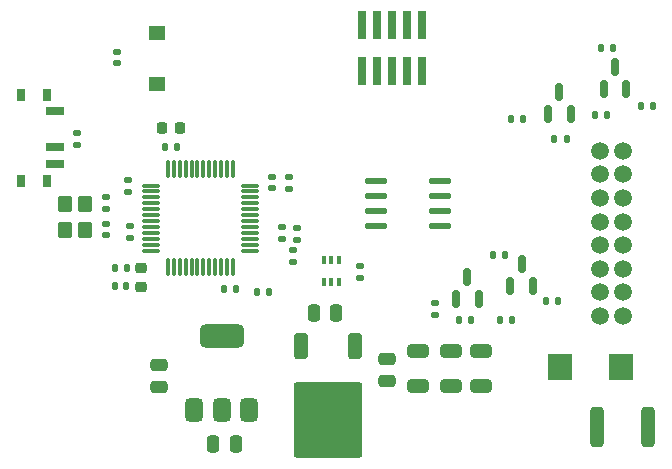
<source format=gbr>
%TF.GenerationSoftware,KiCad,Pcbnew,9.0.2*%
%TF.CreationDate,2025-06-28T10:42:52+02:00*%
%TF.ProjectId,canbox2,63616e62-6f78-4322-9e6b-696361645f70,rev?*%
%TF.SameCoordinates,Original*%
%TF.FileFunction,Soldermask,Top*%
%TF.FilePolarity,Negative*%
%FSLAX46Y46*%
G04 Gerber Fmt 4.6, Leading zero omitted, Abs format (unit mm)*
G04 Created by KiCad (PCBNEW 9.0.2) date 2025-06-28 10:42:52*
%MOMM*%
%LPD*%
G01*
G04 APERTURE LIST*
G04 Aperture macros list*
%AMRoundRect*
0 Rectangle with rounded corners*
0 $1 Rounding radius*
0 $2 $3 $4 $5 $6 $7 $8 $9 X,Y pos of 4 corners*
0 Add a 4 corners polygon primitive as box body*
4,1,4,$2,$3,$4,$5,$6,$7,$8,$9,$2,$3,0*
0 Add four circle primitives for the rounded corners*
1,1,$1+$1,$2,$3*
1,1,$1+$1,$4,$5*
1,1,$1+$1,$6,$7*
1,1,$1+$1,$8,$9*
0 Add four rect primitives between the rounded corners*
20,1,$1+$1,$2,$3,$4,$5,0*
20,1,$1+$1,$4,$5,$6,$7,0*
20,1,$1+$1,$6,$7,$8,$9,0*
20,1,$1+$1,$8,$9,$2,$3,0*%
G04 Aperture macros list end*
%ADD10RoundRect,0.250000X-0.650000X0.325000X-0.650000X-0.325000X0.650000X-0.325000X0.650000X0.325000X0*%
%ADD11RoundRect,0.250000X0.250000X0.475000X-0.250000X0.475000X-0.250000X-0.475000X0.250000X-0.475000X0*%
%ADD12RoundRect,0.135000X-0.135000X-0.185000X0.135000X-0.185000X0.135000X0.185000X-0.135000X0.185000X0*%
%ADD13RoundRect,0.075000X-0.662500X-0.075000X0.662500X-0.075000X0.662500X0.075000X-0.662500X0.075000X0*%
%ADD14RoundRect,0.075000X-0.075000X-0.662500X0.075000X-0.662500X0.075000X0.662500X-0.075000X0.662500X0*%
%ADD15RoundRect,0.140000X0.170000X-0.140000X0.170000X0.140000X-0.170000X0.140000X-0.170000X-0.140000X0*%
%ADD16RoundRect,0.150000X0.150000X-0.587500X0.150000X0.587500X-0.150000X0.587500X-0.150000X-0.587500X0*%
%ADD17RoundRect,0.135000X0.135000X0.185000X-0.135000X0.185000X-0.135000X-0.185000X0.135000X-0.185000X0*%
%ADD18RoundRect,0.100000X-0.100000X0.225000X-0.100000X-0.225000X0.100000X-0.225000X0.100000X0.225000X0*%
%ADD19RoundRect,0.250000X-0.475000X0.250000X-0.475000X-0.250000X0.475000X-0.250000X0.475000X0.250000X0*%
%ADD20RoundRect,0.135000X0.185000X-0.135000X0.185000X0.135000X-0.185000X0.135000X-0.185000X-0.135000X0*%
%ADD21RoundRect,0.140000X-0.140000X-0.170000X0.140000X-0.170000X0.140000X0.170000X-0.140000X0.170000X0*%
%ADD22RoundRect,0.250000X-0.312500X-1.450000X0.312500X-1.450000X0.312500X1.450000X-0.312500X1.450000X0*%
%ADD23R,0.800000X1.000000*%
%ADD24R,1.500000X0.700000*%
%ADD25RoundRect,0.140000X-0.170000X0.140000X-0.170000X-0.140000X0.170000X-0.140000X0.170000X0.140000X0*%
%ADD26RoundRect,0.135000X-0.185000X0.135000X-0.185000X-0.135000X0.185000X-0.135000X0.185000X0.135000X0*%
%ADD27RoundRect,0.250000X-0.250000X-0.475000X0.250000X-0.475000X0.250000X0.475000X-0.250000X0.475000X0*%
%ADD28O,1.950000X0.570000*%
%ADD29RoundRect,0.140000X0.140000X0.170000X-0.140000X0.170000X-0.140000X-0.170000X0.140000X-0.170000X0*%
%ADD30R,0.740000X2.400000*%
%ADD31RoundRect,0.225000X-0.225000X-0.250000X0.225000X-0.250000X0.225000X0.250000X-0.225000X0.250000X0*%
%ADD32R,2.050000X2.240000*%
%ADD33RoundRect,0.375000X0.375000X-0.625000X0.375000X0.625000X-0.375000X0.625000X-0.375000X-0.625000X0*%
%ADD34RoundRect,0.500000X1.400000X-0.500000X1.400000X0.500000X-1.400000X0.500000X-1.400000X-0.500000X0*%
%ADD35R,1.360000X1.230000*%
%ADD36RoundRect,0.250000X-0.350000X0.450000X-0.350000X-0.450000X0.350000X-0.450000X0.350000X0.450000X0*%
%ADD37RoundRect,0.250000X-0.350000X0.850000X-0.350000X-0.850000X0.350000X-0.850000X0.350000X0.850000X0*%
%ADD38RoundRect,0.249997X-2.650003X2.950003X-2.650003X-2.950003X2.650003X-2.950003X2.650003X2.950003X0*%
%ADD39C,1.520000*%
%ADD40RoundRect,0.218750X-0.256250X0.218750X-0.256250X-0.218750X0.256250X-0.218750X0.256250X0.218750X0*%
G04 APERTURE END LIST*
D10*
%TO.C,C18*%
X72100000Y-83050000D03*
X72100000Y-86000000D03*
%TD*%
D11*
%TO.C,C12*%
X51300000Y-90900000D03*
X49400000Y-90900000D03*
%TD*%
D12*
%TO.C,R6*%
X74580000Y-63400000D03*
X75600000Y-63400000D03*
%TD*%
D13*
%TO.C,U1*%
X44137500Y-69050000D03*
X44137500Y-69550000D03*
X44137500Y-70050000D03*
X44137500Y-70550000D03*
X44137500Y-71050000D03*
X44137500Y-71550000D03*
X44137500Y-72050000D03*
X44137500Y-72550000D03*
X44137500Y-73050000D03*
X44137500Y-73550000D03*
X44137500Y-74050000D03*
X44137500Y-74550000D03*
D14*
X45550000Y-75962500D03*
X46050000Y-75962500D03*
X46550000Y-75962500D03*
X47050000Y-75962500D03*
X47550000Y-75962500D03*
X48050000Y-75962500D03*
X48550000Y-75962500D03*
X49050000Y-75962500D03*
X49550000Y-75962500D03*
X50050000Y-75962500D03*
X50550000Y-75962500D03*
X51050000Y-75962500D03*
D13*
X52462500Y-74550000D03*
X52462500Y-74050000D03*
X52462500Y-73550000D03*
X52462500Y-73050000D03*
X52462500Y-72550000D03*
X52462500Y-72050000D03*
X52462500Y-71550000D03*
X52462500Y-71050000D03*
X52462500Y-70550000D03*
X52462500Y-70050000D03*
X52462500Y-69550000D03*
X52462500Y-69050000D03*
D14*
X51050000Y-67637500D03*
X50550000Y-67637500D03*
X50050000Y-67637500D03*
X49550000Y-67637500D03*
X49050000Y-67637500D03*
X48550000Y-67637500D03*
X48050000Y-67637500D03*
X47550000Y-67637500D03*
X47050000Y-67637500D03*
X46550000Y-67637500D03*
X46050000Y-67637500D03*
X45550000Y-67637500D03*
%TD*%
D15*
%TO.C,C11*%
X40300000Y-73260000D03*
X40300000Y-72300000D03*
%TD*%
D16*
%TO.C,Q2*%
X82450000Y-60875000D03*
X84350000Y-60875000D03*
X83400000Y-59000000D03*
%TD*%
%TO.C,Q1*%
X77750000Y-62975000D03*
X79650000Y-62975000D03*
X78700000Y-61100000D03*
%TD*%
D15*
%TO.C,C9*%
X41200000Y-58680000D03*
X41200000Y-57720000D03*
%TD*%
D17*
%TO.C,R14*%
X78600000Y-78800000D03*
X77580000Y-78800000D03*
%TD*%
D18*
%TO.C,U6*%
X60050000Y-75350000D03*
X59400000Y-75350000D03*
X58750000Y-75350000D03*
X58750000Y-77250000D03*
X59400000Y-77250000D03*
X60050000Y-77250000D03*
%TD*%
D15*
%TO.C,C6*%
X42300000Y-73460000D03*
X42300000Y-72500000D03*
%TD*%
D17*
%TO.C,R10*%
X86620000Y-62300000D03*
X85600000Y-62300000D03*
%TD*%
D19*
%TO.C,C13*%
X44800000Y-84200000D03*
X44800000Y-86100000D03*
%TD*%
D20*
%TO.C,R1*%
X37820000Y-65620000D03*
X37820000Y-64600000D03*
%TD*%
D10*
%TO.C,C16*%
X69500000Y-83050000D03*
X69500000Y-86000000D03*
%TD*%
D21*
%TO.C,C2*%
X45320000Y-65800000D03*
X46280000Y-65800000D03*
%TD*%
D20*
%TO.C,R4*%
X55200000Y-73600000D03*
X55200000Y-72580000D03*
%TD*%
D10*
%TO.C,C17*%
X66700000Y-83050000D03*
X66700000Y-86000000D03*
%TD*%
D22*
%TO.C,F1*%
X81900000Y-89500000D03*
X86175000Y-89500000D03*
%TD*%
D23*
%TO.C,SW1*%
X35300000Y-61350000D03*
X33090000Y-61350000D03*
X35300000Y-68650000D03*
X33090000Y-68650000D03*
D24*
X35950000Y-62750000D03*
X35950000Y-65750000D03*
X35950000Y-67250000D03*
%TD*%
D25*
%TO.C,C3*%
X54400000Y-68320000D03*
X54400000Y-69280000D03*
%TD*%
D26*
%TO.C,R16*%
X56100000Y-74500000D03*
X56100000Y-75520000D03*
%TD*%
D27*
%TO.C,C15*%
X57900000Y-79800000D03*
X59800000Y-79800000D03*
%TD*%
D12*
%TO.C,R7*%
X78280000Y-65100000D03*
X79300000Y-65100000D03*
%TD*%
D28*
%TO.C,U3*%
X63190000Y-68654995D03*
X63190000Y-69934995D03*
X63190000Y-71194995D03*
X63190000Y-72464995D03*
X68610000Y-72464995D03*
X68610000Y-71194995D03*
X68610000Y-69934995D03*
X68610000Y-68654995D03*
%TD*%
D29*
%TO.C,C4*%
X51280000Y-77800000D03*
X50320000Y-77800000D03*
%TD*%
D26*
%TO.C,R5*%
X61800000Y-75880000D03*
X61800000Y-76900000D03*
%TD*%
D29*
%TO.C,C8*%
X42030000Y-77550000D03*
X41070000Y-77550000D03*
%TD*%
D26*
%TO.C,R2*%
X55800000Y-68300000D03*
X55800000Y-69320000D03*
%TD*%
D12*
%TO.C,R17*%
X53080000Y-78100000D03*
X54100000Y-78100000D03*
%TD*%
D25*
%TO.C,C1*%
X42200000Y-68600000D03*
X42200000Y-69560000D03*
%TD*%
D12*
%TO.C,R8*%
X81680000Y-63100000D03*
X82700000Y-63100000D03*
%TD*%
D30*
%TO.C,J1*%
X67040000Y-55450000D03*
X67040000Y-59350000D03*
X65770000Y-55450000D03*
X65770000Y-59350000D03*
X64500000Y-55450000D03*
X64500000Y-59350000D03*
X63230000Y-55450000D03*
X63230000Y-59350000D03*
X61960000Y-55450000D03*
X61960000Y-59350000D03*
%TD*%
D31*
%TO.C,C5*%
X45025000Y-64200000D03*
X46575000Y-64200000D03*
%TD*%
D20*
%TO.C,R11*%
X68200000Y-80020000D03*
X68200000Y-79000000D03*
%TD*%
D15*
%TO.C,C10*%
X40300000Y-71010000D03*
X40300000Y-70050000D03*
%TD*%
D32*
%TO.C,D1*%
X83900000Y-84400000D03*
X78720000Y-84400000D03*
%TD*%
D33*
%TO.C,U2*%
X47800000Y-88050000D03*
X50100000Y-88050000D03*
D34*
X50100000Y-81750000D03*
D33*
X52400000Y-88050000D03*
%TD*%
D12*
%TO.C,R12*%
X70200000Y-80400000D03*
X71220000Y-80400000D03*
%TD*%
D16*
%TO.C,Q4*%
X74550000Y-77537500D03*
X76450000Y-77537500D03*
X75500000Y-75662500D03*
%TD*%
D35*
%TO.C,SW2*%
X44600000Y-56120000D03*
X44600000Y-60480000D03*
%TD*%
D36*
%TO.C,Y1*%
X36850000Y-70600000D03*
X36850000Y-72800000D03*
X38550000Y-72800000D03*
X38550000Y-70600000D03*
%TD*%
D16*
%TO.C,Q3*%
X69950000Y-78675000D03*
X71850000Y-78675000D03*
X70900000Y-76800000D03*
%TD*%
D19*
%TO.C,C14*%
X64100000Y-83700000D03*
X64100000Y-85600000D03*
%TD*%
D17*
%TO.C,R9*%
X83200000Y-57400000D03*
X82180000Y-57400000D03*
%TD*%
D37*
%TO.C,U4*%
X61407500Y-82600000D03*
D38*
X59127500Y-88900000D03*
D37*
X56847500Y-82600000D03*
%TD*%
D39*
%TO.C,U5*%
X84100000Y-66100000D03*
X82100000Y-66100000D03*
X84100000Y-68100000D03*
X82100000Y-68100000D03*
X84100000Y-70100000D03*
X82100000Y-70100000D03*
X84100000Y-72100000D03*
X82100000Y-72100000D03*
X84100000Y-74100000D03*
X82100000Y-74100000D03*
X84100000Y-76100000D03*
X82100000Y-76100000D03*
X84100000Y-78100000D03*
X82100000Y-78100000D03*
X84100000Y-80100000D03*
X82100000Y-80100000D03*
%TD*%
D40*
%TO.C,FB1*%
X43300000Y-76050000D03*
X43300000Y-77625000D03*
%TD*%
D29*
%TO.C,C7*%
X42050000Y-76050000D03*
X41090000Y-76050000D03*
%TD*%
D17*
%TO.C,R15*%
X74110000Y-74900000D03*
X73090000Y-74900000D03*
%TD*%
D20*
%TO.C,R3*%
X56500000Y-73620000D03*
X56500000Y-72600000D03*
%TD*%
D12*
%TO.C,R13*%
X73680000Y-80400000D03*
X74700000Y-80400000D03*
%TD*%
M02*

</source>
